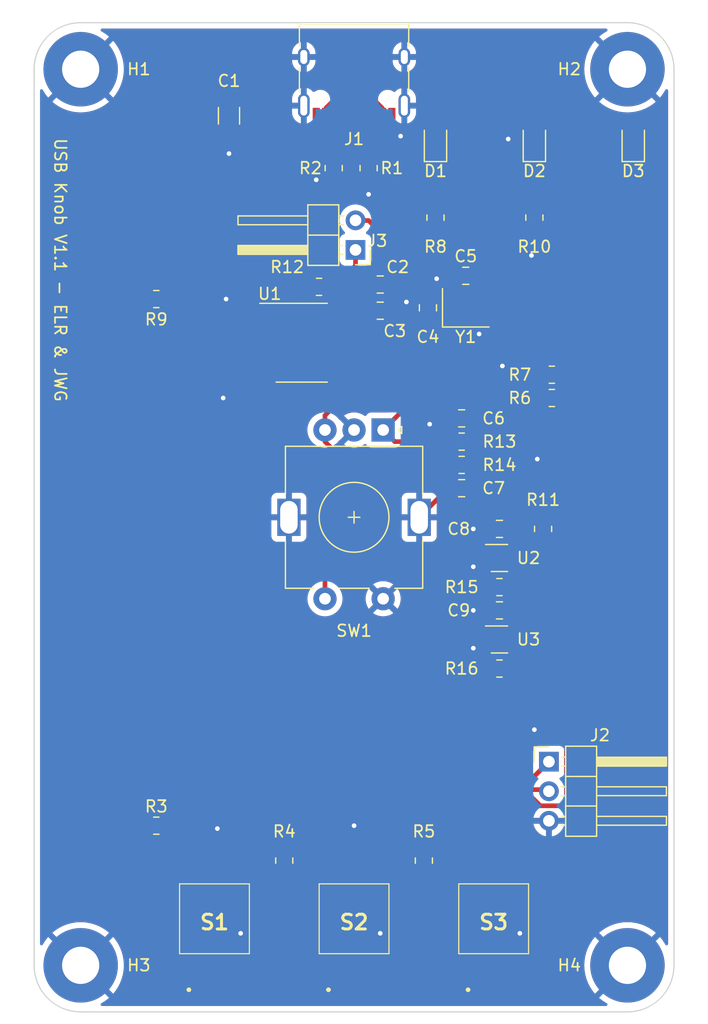
<source format=kicad_pcb>
(kicad_pcb (version 20211014) (generator pcbnew)
  (layers (0 "F.Cu" signal) (31 "B.Cu" signal) (34 "B.Paste" user) (35 "F.Paste" user) (36 "B.SilkS" user "B.Silkscreen") (37 "F.SilkS" user "F.Silkscreen") (38 "B.Mask" user) (39 "F.Mask" user) (44 "Edge.Cuts" user))
  (net 0 "")
  (net 1 "VCC")
  (net 2 "GND")
  (net 3 "+3V3")
  (net 4 "Net-(D1-Pad1)")
  (net 5 "Net-(D2-Pad1)")
  (net 6 "Net-(D3-Pad1)")
  (net 7 "Net-(J1-PadA5)")
  (net 8 "/USB1DP")
  (net 9 "/USB1DM")
  (net 11 "Net-(J1-PadB5)")
  (net 13 "/SW1")
  (net 14 "/SW2")
  (net 15 "/SW3")
  (net 16 "/ENC_B")
  (net 17 "/ENC_A")
  (net 18 "/LED1")
  (net 19 "/ENC_SW")
  (net 20 "/LED2")
  (net 21 "/LED3")
  (net 28 "/XO")
  (net 29 "/XI")
  (net 32 "/TXD")
  (net 33 "/RXD")
  (net 34 "Net-(C6-Pad2)")
  (net 35 "Net-(C7-Pad2)")
  (net 36 "Net-(J3-Pad1)")
  (net 37 "Net-(R6-Pad1)")
  (net 38 "Net-(R7-Pad1)")
  (footprint "Resistor_SMD:R_0805_2012Metric" (layer "F.Cu") (at 158.75 97 180)
    (fp_text reference "R13" (at -3.25 0) (layer "F.SilkS"))
    (fp_text value "10k")
    (pad "1" smd roundrect (at -0.9125 0 180) (size 1.025 1.4) (layers "F.Cu" "F.Paste" "F.Mask") (roundrect_rratio 0.243902) (net 34 "Net-(C6-Pad2)"))
    (pad "2" smd roundrect (at 0.9125 0 180) (size 1.025 1.4) (layers "F.Cu" "F.Paste" "F.Mask") (roundrect_rratio 0.243902) (net 37 "Net-(R6-Pad1)"))
  )
  (footprint "Resistor_SMD:R_0805_2012Metric" (layer "F.Cu") (at 166.5 93.25)
    (fp_text reference "R6" (at -2.75 0) (layer "F.SilkS"))
    (fp_text value "1k")
    (pad "1" smd roundrect (at -0.9125 0) (size 1.025 1.4) (layers "F.Cu" "F.Paste" "F.Mask") (roundrect_rratio 0.243902439) (net 37 "Net-(R6-Pad1)"))
    (pad "2" smd roundrect (at 0.9125 0) (size 1.025 1.4) (layers "F.Cu" "F.Paste" "F.Mask") (roundrect_rratio 0.243902439) (net 1 "VCC"))
  )
  (footprint "Crystal:Crystal_SMD_3225-4Pin_3.2x2.5mm" (layer "F.Cu") (at 159.1 85.5)
    (fp_text reference "Y1" (at 0 2.5) (layer "F.SilkS"))
    (fp_text value "Crystal_GND24")
    (pad "1" smd rect (at -1.1 0.85) (size 1.4 1.2) (layers "F.Cu" "F.Paste" "F.Mask") (net 29 "/XI"))
    (pad "2" smd rect (at 1.1 0.85) (size 1.4 1.2) (layers "F.Cu" "F.Paste" "F.Mask") (net 2 "GND"))
    (pad "3" smd rect (at 1.1 -0.85) (size 1.4 1.2) (layers "F.Cu" "F.Paste" "F.Mask") (net 28 "/XO"))
    (pad "4" smd rect (at -1.1 -0.85) (size 1.4 1.2) (layers "F.Cu" "F.Paste" "F.Mask") (net 2 "GND"))
  )
  (footprint "SamacSys_Parts:LL3301NF065QG" (layer "F.Cu") (at 137.5 138 90)
    (fp_text reference "S1" (at -0.3 0) (layer "F.SilkS") (effects (font (size 1.27 1.27) (thickness 0.254))))
    (fp_text value "LL3301NF065QG" hide)
    (pad "1" smd rect locked (at -4.55 -2.25 180) (size 1.4 2.1) (layers "F.Cu" "F.Paste" "F.Mask"))
    (pad "2" smd rect locked (at 4.55 -2.25 180) (size 1.4 2.1) (layers "F.Cu" "F.Paste" "F.Mask") (net 13 "/SW1"))
    (pad "3" smd rect locked (at -4.55 2.25 180) (size 1.4 2.1) (layers "F.Cu" "F.Paste" "F.Mask") (net 2 "GND"))
    (pad "4" smd rect locked (at 4.55 2.25 180) (size 1.4 2.1) (layers "F.Cu" "F.Paste" "F.Mask"))
  )
  (footprint "Capacitor_SMD:C_0805_2012Metric" (layer "F.Cu") (at 158.75 101)
    (fp_text reference "C7" (at 2.75 0) (layer "F.SilkS"))
    (fp_text value "0.01u")
    (pad "1" smd roundrect (at -0.95 0) (size 1 1.45) (layers "F.Cu" "F.Paste" "F.Mask") (net 2 "GND"))
    (pad "2" smd roundrect (at 0.95 0) (size 1 1.45) (layers "F.Cu" "F.Paste" "F.Mask") (net 35 "Net-(C7-Pad2)"))
  )
  (footprint "Resistor_SMD:R_0805_2012Metric" (layer "F.Cu") (at 132.5 84.75 180)
    (fp_text reference "R9" (at 0 -1.75) (layer "F.SilkS"))
    (fp_text value "1k")
    (pad "1" smd roundrect (at -0.9125 0 180) (size 1.025 1.4) (layers "F.Cu" "F.Paste" "F.Mask") (roundrect_rratio 0.243902439) (net 19 "/ENC_SW"))
    (pad "2" smd roundrect (at 0.9125 0 180) (size 1.025 1.4) (layers "F.Cu" "F.Paste" "F.Mask") (roundrect_rratio 0.243902439) (net 1 "VCC"))
  )
  (footprint "SamacSys_Parts:LL3301NF065QG" (layer "F.Cu") (at 149.5 138 90)
    (fp_text reference "S2" (at -0.3 0 180) (layer "F.SilkS") (effects (font (size 1.27 1.27) (thickness 0.254))))
    (fp_text value "LL3301NF065QG" hide)
    (pad "1" smd rect locked (at -4.55 -2.25 180) (size 1.4 2.1) (layers "F.Cu" "F.Paste" "F.Mask"))
    (pad "2" smd rect locked (at 4.55 -2.25 180) (size 1.4 2.1) (layers "F.Cu" "F.Paste" "F.Mask") (net 14 "/SW2"))
    (pad "3" smd rect locked (at -4.55 2.25 180) (size 1.4 2.1) (layers "F.Cu" "F.Paste" "F.Mask") (net 2 "GND"))
    (pad "4" smd rect locked (at 4.55 2.25 180) (size 1.4 2.1) (layers "F.Cu" "F.Paste" "F.Mask"))
  )
  (footprint "Connector_PinHeader_2.54mm:PinHeader_1x02_P2.54mm_Horizontal" (layer "F.Cu") (at 149.625 80.525 180)
    (fp_text reference "J3" (at -1.875 0.775 180) (layer "F.SilkS"))
    (fp_text value "Conn_01x02")
    (pad "1" thru_hole rect (at 0 0 180) (size 1.7 1.7) (drill 1) (layers *.Cu *.Mask) (net 36 "Net-(J3-Pad1)"))
    (pad "2" thru_hole oval (at 0 2.54 180) (size 1.7 1.7) (drill 1) (layers *.Cu *.Mask) (net 3 "+3V3"))
  )
  (footprint "Resistor_SMD:R_0805_2012Metric" (layer "F.Cu") (at 147.75 73.5 -90)
    (fp_text reference "R2" (at 0 2 180) (layer "F.SilkS"))
    (fp_text value "5K1")
    (pad "1" smd roundrect (at -0.9125 0 270) (size 1.025 1.4) (layers "F.Cu" "F.Paste" "F.Mask") (roundrect_rratio 0.243902439) (net 11 "Net-(J1-PadB5)"))
    (pad "2" smd roundrect (at 0.9125 0 270) (size 1.025 1.4) (layers "F.Cu" "F.Paste" "F.Mask") (roundrect_rratio 0.243902439) (net 2 "GND"))
  )
  (footprint "Package_TO_SOT_SMD:SOT-353_SC-70-5" (layer "F.Cu") (at 162 114)
    (fp_text reference "U3" (at 2.5 0) (layer "F.SilkS"))
    (fp_text value "74LVC1G17")
    (pad "1" smd rect (at -0.95 -0.65) (size 0.65 0.4) (layers "F.Cu" "F.Paste" "F.Mask"))
    (pad "2" smd rect (at -0.95 0) (size 0.65 0.4) (layers "F.Cu" "F.Paste" "F.Mask") (net 35 "Net-(C7-Pad2)"))
    (pad "3" smd rect (at -0.95 0.65) (size 0.65 0.4) (layers "F.Cu" "F.Paste" "F.Mask") (net 2 "GND"))
    (pad "4" smd rect (at 0.95 0.65) (size 0.65 0.4) (layers "F.Cu" "F.Paste" "F.Mask") (net 16 "/ENC_B"))
    (pad "5" smd rect (at 0.95 -0.65) (size 0.65 0.4) (layers "F.Cu" "F.Paste" "F.Mask") (net 1 "VCC"))
  )
  (footprint "Capacitor_SMD:C_0805_2012Metric" (layer "F.Cu") (at 162 111.5)
    (fp_text reference "C9" (at -3.5 0) (layer "F.SilkS"))
    (fp_text value "0.1u")
    (pad "1" smd roundrect (at -0.95 0) (size 1 1.45) (layers "F.Cu" "F.Paste" "F.Mask") (net 2 "GND"))
    (pad "2" smd roundrect (at 0.95 0) (size 1 1.45) (layers "F.Cu" "F.Paste" "F.Mask") (net 1 "VCC"))
  )
  (footprint "Capacitor_SMD:C_0805_2012Metric" (layer "F.Cu") (at 162 104.5)
    (fp_text reference "C8" (at -3.5 0) (layer "F.SilkS"))
    (fp_text value "0.1u")
    (pad "1" smd roundrect (at -0.95 0) (size 1 1.45) (layers "F.Cu" "F.Paste" "F.Mask") (net 2 "GND"))
    (pad "2" smd roundrect (at 0.95 0) (size 1 1.45) (layers "F.Cu" "F.Paste" "F.Mask") (net 1 "VCC"))
  )
  (footprint "Resistor_SMD:R_0805_2012Metric" (layer "F.Cu") (at 165.75 104.5 90)
    (fp_text reference "R11" (at 2.5 0 180) (layer "F.SilkS"))
    (fp_text value "1k")
    (pad "1" smd roundrect (at -0.9125 0 90) (size 1.025 1.4) (layers "F.Cu" "F.Paste" "F.Mask") (roundrect_rratio 0.243902439) (net 21 "/LED3"))
    (pad "2" smd roundrect (at 0.9125 0 90) (size 1.025 1.4) (layers "F.Cu" "F.Paste" "F.Mask") (roundrect_rratio 0.243902439) (net 6 "Net-(D3-Pad1)"))
  )
  (footprint "Connector_PinHeader_2.54mm:PinHeader_1x03_P2.54mm_Horizontal" (layer "F.Cu") (at 166.25 124.5)
    (fp_text reference "J2" (at 4.385 -2.27) (layer "F.SilkS"))
    (fp_text value "Conn_01x03")
    (pad "1" thru_hole rect (at 0 0) (size 1.7 1.7) (drill 1) (layers *.Cu *.Mask) (net 33 "/RXD"))
    (pad "2" thru_hole oval (at 0 2.54) (size 1.7 1.7) (drill 1) (layers *.Cu *.Mask) (net 32 "/TXD"))
    (pad "3" thru_hole oval (at 0 5.08) (size 1.7 1.7) (drill 1) (layers *.Cu *.Mask) (net 2 "GND"))
  )
  (footprint "MountingHole:MountingHole_3.2mm_M3_Pad" (layer "F.Cu") (at 173 65)
    (fp_text reference "H2" (at -5 0) (layer "F.SilkS"))
    (fp_text value "MountingHole_Pad")
    (pad "1" thru_hole circle locked (at 0 0) (size 6.4 6.4) (drill 3.2) (layers *.Cu *.Mask) (net 2 "GND"))
  )
  (footprint "Resistor_SMD:R_0805_2012Metric" (layer "F.Cu") (at 165 77.75 90)
    (fp_text reference "R10" (at -2.5 0 180) (layer "F.SilkS"))
    (fp_text value "1k")
    (pad "1" smd roundrect (at -0.9125 0 90) (size 1.025 1.4) (layers "F.Cu" "F.Paste" "F.Mask") (roundrect_rratio 0.243902439) (net 20 "/LED2"))
    (pad "2" smd roundrect (at 0.9125 0 90) (size 1.025 1.4) (layers "F.Cu" "F.Paste" "F.Mask") (roundrect_rratio 0.243902439) (net 5 "Net-(D2-Pad1)"))
  )
  (footprint "MountingHole:MountingHole_3.2mm_M3_Pad" (layer "F.Cu") (at 126 65)
    (fp_text reference "H1" (at 5 0) (layer "F.SilkS"))
    (fp_text value "MountingHole_Pad")
    (pad "1" thru_hole circle locked (at 0 0) (size 6.4 6.4) (drill 3.2) (layers *.Cu *.Mask) (net 2 "GND"))
  )
  (footprint "MountingHole:MountingHole_3.2mm_M3_Pad" (layer "F.Cu") (at 173 142)
    (fp_text reference "H4" (at -5 0) (layer "F.SilkS"))
    (fp_text value "MountingHole_Pad")
    (pad "1" thru_hole circle locked (at 0 0) (size 6.4 6.4) (drill 3.2) (layers *.Cu *.Mask) (net 2 "GND"))
  )
  (footprint "Capacitor_SMD:C_0805_2012Metric" (layer "F.Cu") (at 151.75 85.75 180)
    (fp_text reference "C3" (at -1.25 -1.75 180) (layer "F.SilkS"))
    (fp_text value "0.1u")
    (pad "1" smd roundrect (at -0.95 0 180) (size 1 1.45) (layers "F.Cu" "F.Paste" "F.Mask") (net 2 "GND"))
    (pad "2" smd roundrect (at 0.95 0 180) (size 1 1.45) (layers "F.Cu" "F.Paste" "F.Mask") (net 1 "VCC"))
  )
  (footprint "Capacitor_SMD:C_0805_2012Metric" (layer "F.Cu") (at 158.75 95)
    (fp_text reference "C6" (at 2.75 0) (layer "F.SilkS"))
    (fp_text value "0.01u")
    (pad "1" smd roundrect (at -0.95 0) (size 1 1.45) (layers "F.Cu" "F.Paste" "F.Mask") (net 2 "GND"))
    (pad "2" smd roundrect (at 0.95 0) (size 1 1.45) (layers "F.Cu" "F.Paste" "F.Mask") (net 34 "Net-(C6-Pad2)"))
  )
  (footprint "Resistor_SMD:R_0805_2012Metric" (layer "F.Cu") (at 156.5 77.75 90)
    (fp_text reference "R8" (at -2.5 0 180) (layer "F.SilkS"))
    (fp_text value "1k")
    (pad "1" smd roundrect (at -0.9125 0 90) (size 1.025 1.4) (layers "F.Cu" "F.Paste" "F.Mask") (roundrect_rratio 0.243902439) (net 18 "/LED1"))
    (pad "2" smd roundrect (at 0.9125 0 90) (size 1.025 1.4) (layers "F.Cu" "F.Paste" "F.Mask") (roundrect_rratio 0.243902439) (net 4 "Net-(D1-Pad1)"))
  )
  (footprint "LED_SMD:LED_0805_2012Metric" (layer "F.Cu") (at 165 71.25 90)
    (fp_text reference "D2" (at -2.5 0 180) (layer "F.SilkS"))
    (fp_text value "ORANGE")
    (pad "1" smd roundrect locked (at -0.9375 0 90) (size 0.975 1.4) (layers "F.Cu" "F.Paste" "F.Mask") (net 5 "Net-(D2-Pad1)"))
    (pad "2" smd roundrect locked (at 0.9375 0 90) (size 0.975 1.4) (layers "F.Cu" "F.Paste" "F.Mask") (net 1 "VCC"))
  )
  (footprint "LED_SMD:LED_0805_2012Metric" (layer "F.Cu") (at 173.5 71.25 90)
    (fp_text reference "D3" (at -2.5 0 180) (layer "F.SilkS"))
    (fp_text value "ORANGE")
    (pad "1" smd roundrect locked (at -0.9375 0 90) (size 0.975 1.4) (layers "F.Cu" "F.Paste" "F.Mask") (net 6 "Net-(D3-Pad1)"))
    (pad "2" smd roundrect locked (at 0.9375 0 90) (size 0.975 1.4) (layers "F.Cu" "F.Paste" "F.Mask") (net 1 "VCC"))
  )
  (footprint "Connector_USB:USB_C_Receptacle_HRO_TYPE-C-31-M-12" (layer "F.Cu") (at 149.5 65 180)
    (fp_text reference "J1" (at 0 -6) (layer "F.SilkS"))
    (fp_text value "USB_C_Receptacle_USB2.0")
    (pad "" np_thru_hole circle locked (at 2.89 -2.6 180) (size 0.65 0.65) (drill 0.65) (layers *.Cu *.Mask))
    (pad "" np_thru_hole circle locked (at -2.89 -2.6 180) (size 0.65 0.65) (drill 0.65) (layers *.Cu *.Mask))
    (pad "A1" smd rect locked (at -3.25 -4.045 180) (size 0.6 1.45) (layers "F.Cu" "F.Paste" "F.Mask") (net 2 "GND"))
    (pad "A4" smd rect locked (at -2.45 -4.045 180) (size 0.6 1.45) (layers "F.Cu" "F.Paste" "F.Mask") (net 1 "VCC"))
    (pad "A5" smd rect locked (at -1.25 -4.045 180) (size 0.3 1.45) (layers "F.Cu" "F.Paste" "F.Mask") (net 7 "Net-(J1-PadA5)"))
    (pad "A6" smd rect locked (at -0.25 -4.045 180) (size 0.3 1.45) (layers "F.Cu" "F.Paste" "F.Mask") (net 8 "/USB1DP"))
    (pad "A7" smd rect locked (at 0.25 -4.045 180) (size 0.3 1.45) (layers "F.Cu" "F.Paste" "F.Mask") (net 9 "/USB1DM"))
    (pad "A8" smd rect locked (at 1.25 -4.045 180) (size 0.3 1.45) (layers "F.Cu" "F.Paste" "F.Mask"))
    (pad "A9" smd rect locked (at 2.45 -4.045 180) (size 0.6 1.45) (layers "F.Cu" "F.Paste" "F.Mask") (net 1 "VCC"))
    (pad "A12" smd rect locked (at 3.25 -4.045 180) (size 0.6 1.45) (layers "F.Cu" "F.Paste" "F.Mask") (net 2 "GND"))
    (pad "B1" smd rect locked (at 3.25 -4.045 180) (size 0.6 1.45) (layers "F.Cu" "F.Paste" "F.Mask") (net 2 "GND"))
    (pad "B4" smd rect locked (at 2.45 -4.045 180) (size 0.6 1.45) (layers "F.Cu" "F.Paste" "F.Mask") (net 1 "VCC"))
    (pad "B5" smd rect locked (at 1.75 -4.045 180) (size 0.3 1.45) (layers "F.Cu" "F.Paste" "F.Mask") (net 11 "Net-(J1-PadB5)"))
    (pad "B6" smd rect locked (at 0.75 -4.045 180) (size 0.3 1.45) (layers "F.Cu" "F.Paste" "F.Mask") (net 8 "/USB1DP"))
    (pad "B7" smd rect locked (at -0.75 -4.045 180) (size 0.3 1.45) (layers "F.Cu" "F.Paste" "F.Mask") (net 9 "/USB1DM"))
    (pad "B8" smd rect locked (at -1.75 -4.045 180) (size 0.3 1.45) (layers "F.Cu" "F.Paste" "F.Mask"))
    (pad "B9" smd rect locked (at -2.45 -4.045 180) (size 0.6 1.45) (layers "F.Cu" "F.Paste" "F.Mask") (net 1 "VCC"))
    (pad "B12" smd rect locked (at -3.25 -4.045 180) (size 0.6 1.45) (layers "F.Cu" "F.Paste" "F.Mask") (net 2 "GND"))
    (pad "S1" thru_hole oval locked (at -4.32 -3.13 180) (size 1 2.1) (drill oval 0.6 1.7) (layers *.Cu *.Mask) (net 2 "GND"))
    (pad "S1" thru_hole oval locked (at -4.32 1.05 180) (size 1 1.6) (drill oval 0.6 1.2) (layers *.Cu *.Mask) (net 2 "GND"))
    (pad "S1" thru_hole oval locked (at 4.32 1.05 180) (size 1 1.6) (drill oval 0.6 1.2) (layers *.Cu *.Mask) (net 2 "GND"))
    (pad "S1" thru_hole oval locked (at 4.32 -3.13 180) (size 1 2.1) (drill oval 0.6 1.7) (layers *.Cu *.Mask) (net 2 "GND"))
  )
  (footprint "Resistor_SMD:R_0805_2012Metric" (layer "F.Cu") (at 162 109.5 180)
    (fp_text reference "R15" (at 3.25 0) (layer "F.SilkS"))
    (fp_text value "0")
    (pad "1" smd roundrect (at -0.9125 0 180) (size 1.025 1.4) (layers "F.Cu" "F.Paste" "F.Mask") (roundrect_rratio 0.243902) (net 17 "/ENC_A"))
    (pad "2" smd roundrect (at 0.9125 0 180) (size 1.025 1.4) (layers "F.Cu" "F.Paste" "F.Mask") (roundrect_rratio 0.243902) (net 34 "Net-(C6-Pad2)"))
  )
  (footprint "Resistor_SMD:R_0805_2012Metric" (layer "F.Cu") (at 162 116.5 180)
    (fp_text reference "R16" (at 3.25 0) (layer "F.SilkS"))
    (fp_text value "0")
    (pad "1" smd roundrect (at -0.9125 0 180) (size 1.025 1.4) (layers "F.Cu" "F.Paste" "F.Mask") (roundrect_rratio 0.243902) (net 16 "/ENC_B"))
    (pad "2" smd roundrect (at 0.9125 0 180) (size 1.025 1.4) (layers "F.Cu" "F.Paste" "F.Mask") (roundrect_rratio 0.243902) (net 35 "Net-(C7-Pad2)"))
  )
  (footprint "Resistor_SMD:R_0805_2012Metric" (layer "F.Cu") (at 166.5 91.25)
    (fp_text reference "R7" (at -2.75 0) (layer "F.SilkS"))
    (fp_text value "1k")
    (pad "1" smd roundrect (at -0.9125 0) (size 1.025 1.4) (layers "F.Cu" "F.Paste" "F.Mask") (roundrect_rratio 0.243902439) (net 38 "Net-(R7-Pad1)"))
    (pad "2" smd roundrect (at 0.9125 0) (size 1.025 1.4) (layers "F.Cu" "F.Paste" "F.Mask") (roundrect_rratio 0.243902439) (net 1 "VCC"))
  )
  (footprint "Resistor_SMD:R_0805_2012Metric" (layer "F.Cu") (at 146.4875 83.7)
    (fp_text reference "R12" (at -2.7375 -1.7 180) (layer "F.SilkS"))
    (fp_text value "10k")
    (pad "1" smd roundrect (at -0.9125 0) (size 1.025 1.4) (layers "F.Cu" "F.Paste" "F.Mask") (roundrect_rratio 0.243902) (net 8 "/USB1DP"))
    (pad "2" smd roundrect (at 0.9125 0) (size 1.025 1.4) (layers "F.Cu" "F.Paste" "F.Mask") (roundrect_rratio 0.243902) (net 36 "Net-(J3-Pad1)"))
  )
  (footprint "Resistor_SMD:R_0805_2012Metric" (layer "F.Cu") (at 143.5 133 90)
    (fp_text reference "R4" (at 2.5 0 180) (layer "F.SilkS"))
    (fp_text value "1K")
    (pad "1" smd roundrect (at -0.9125 0 90) (size 1.025 1.4) (layers "F.Cu" "F.Paste" "F.Mask") (roundrect_rratio 0.243902439) (net 1 "VCC"))
    (pad "2" smd roundrect (at 0.9125 0 90) (size 1.025 1.4) (layers "F.Cu" "F.Paste" "F.Mask") (roundrect_rratio 0.243902439) (net 14 "/SW2"))
  )
  (footprint "Resistor_SMD:R_0805_2012Metric" (layer "F.Cu") (at 150.75 73.5 -90)
    (fp_text reference "R1" (at 0 -2 180) (layer "F.SilkS"))
    (fp_text value "5K1")
    (pad "1" smd roundrect (at -0.9125 0 270) (size 1.025 1.4) (layers "F.Cu" "F.Paste" "F.Mask") (roundrect_rratio 0.243902439) (net 7 "Net-(J1-PadA5)"))
    (pad "2" smd roundrect (at 0.9125 0 270) (size 1.025 1.4) (layers "F.Cu" "F.Paste" "F.Mask") (roundrect_rratio 0.243902439) (net 2 "GND"))
  )
  (footprint "Resistor_SMD:R_0805_2012Metric" (layer "F.Cu") (at 158.75 99 180)
    (fp_text reference "R14" (at -3.25 0) (layer "F.SilkS"))
    (fp_text value "10k")
    (pad "1" smd roundrect (at -0.9125 0 180) (size 1.025 1.4) (layers "F.Cu" "F.Paste" "F.Mask") (roundrect_rratio 0.243902) (net 35 "Net-(C7-Pad2)"))
    (pad "2" smd roundrect (at 0.9125 0 180) (size 1.025 1.4) (layers "F.Cu" "F.Paste" "F.Mask") (roundrect_rratio 0.243902) (net 38 "Net-(R7-Pad1)"))
  )
  (footprint "Resistor_SMD:R_0805_2012Metric" (layer "F.Cu") (at 155.5 133 90)
    (fp_text reference "R5" (at 2.5 0 180) (layer "F.SilkS"))
    (fp_text value "1K")
    (pad "1" smd roundrect (at -0.9125 0 90) (size 1.025 1.4) (layers "F.Cu" "F.Paste" "F.Mask") (roundrect_rratio 0.243902439) (net 1 "VCC"))
    (pad "2" smd roundrect (at 0.9125 0 90) (size 1.025 1.4) (layers "F.Cu" "F.Paste" "F.Mask") (roundrect_rratio 0.243902439) (net 15 "/SW3"))
  )
  (footprint "MountingHole:MountingHole_3.2mm_M3_Pad" (layer "F.Cu") (at 126 142)
    (fp_text reference "H3" (at 5 0) (layer "F.SilkS"))
    (fp_text value "MountingHole_Pad")
    (pad "1" thru_hole circle locked (at 0 0) (size 6.4 6.4) (drill 3.2) (layers *.Cu *.Mask) (net 2 "GND"))
  )
  (footprint "Capacitor_SMD:C_1206_3216Metric" (layer "F.Cu") (at 138.75 69 -90)
    (fp_text reference "C1" (at -3 0 180) (layer "F.SilkS"))
    (fp_text value "10u")
    (pad "1" smd roundrect (at -1.475 0 270) (size 1.15 1.8) (layers "F.Cu" "F.Paste" "F.Mask") (roundrect_rratio 0.2173913043) (net 1 "VCC"))
    (pad "2" smd roundrect (at 1.475 0 270) (size 1.15 1.8) (layers "F.Cu" "F.Paste" "F.Mask") (roundrect_rratio 0.2173913043) (net 2 "GND"))
  )
  (footprint "Capacitor_SMD:C_0805_2012Metric" (layer "F.Cu") (at 159.1 82.75)
    (fp_text reference "C5" (at 0 -1.68) (layer "F.SilkS"))
    (fp_text value "20p")
    (pad "1" smd roundrect (at -0.95 0) (size 1 1.45) (layers "F.Cu" "F.Paste" "F.Mask") (net 2 "GND"))
    (pad "2" smd roundrect (at 0.95 0) (size 1 1.45) (layers "F.Cu" "F.Paste" "F.Mask") (net 28 "/XO"))
  )
  (footprint "LED_SMD:LED_0805_2012Metric" (layer "F.Cu") (at 156.5 71.25 90)
    (fp_text reference "D1" (at -2.5 0 180) (layer "F.SilkS"))
    (fp_text value "ORANGE")
    (pad "1" smd roundrect locked (at -0.9375 0 90) (size 0.975 1.4) (layers "F.Cu" "F.Paste" "F.Mask") (net 4 "Net-(D1-Pad1)"))
    (pad "2" smd roundrect locked (at 0.9375 0 90) (size 0.975 1.4) (layers "F.Cu" "F.Paste" "F.Mask") (net 1 "VCC"))
  )
  (footprint "Resistor_SMD:R_0805_2012Metric" (layer "F.Cu") (at 132.5 130)
    (fp_text reference "R3" (at 0 -1.65) (layer "F.SilkS"))
    (fp_text value "1K")
    (pad "1" smd roundrect (at -0.9125 0) (size 1.025 1.4) (layers "F.Cu" "F.Paste" "F.Mask") (roundrect_rratio 0.243902439) (net 1 "VCC"))
    (pad "2" smd roundrect (at 0.9125 0) (size 1.025 1.4) (layers "F.Cu" "F.Paste" "F.Mask") (roundrect_rratio 0.243902439) (net 13 "/SW1"))
  )
  (footprint "Package_SO:TSSOP-20_4.4x6.5mm_P0.65mm" (layer "F.Cu") (at 145 88.5)
    (fp_text reference "U1" (at -2.75 -4.2) (layer "F.SilkS"))
    (fp_text value "CH552T")
    (pad "1" smd roundrect (at -2.8625 -2.925) (size 1.475 0.4) (layers "F.Cu" "F.Paste" "F.Mask") (net 17 "/ENC_A"))
    (pad "2" smd roundrect (at -2.8625 -2.275) (size 1.475 0.4) (layers "F.Cu" "F.Paste" "F.Mask") (net 19 "/ENC_SW"))
    (pad "3" smd roundrect (at -2.8625 -1.625) (size 1.475 0.4) (layers "F.Cu" "F.Paste" "F.Mask") (net 13 "/SW1"))
    (pad "4" smd roundrect (at -2.8625 -0.975) (size 1.475 0.4) (layers "F.Cu" "F.Paste" "F.Mask") (net 14 "/SW2"))
    (pad "5" smd roundrect (at -2.8625 -0.325) (size 1.475 0.4) (layers "F.Cu" "F.Paste" "F.Mask") (net 15 "/SW3"))
    (pad "6" smd roundrect (at -2.8625 0.325) (size 1.475 0.4) (layers "F.Cu" "F.Paste" "F.Mask"))
    (pad "7" smd roundrect (at -2.8625 0.975) (size 1.475 0.4) (layers "F.Cu" "F.Paste" "F.Mask"))
    (pad "8" smd roundrect (at -2.8625 1.625) (size 1.475 0.4) (layers "F.Cu" "F.Paste" "F.Mask") (net 21 "/LED3"))
    (pad "9" smd roundrect (at -2.8625 2.275) (size 1.475 0.4) (layers "F.Cu" "F.Paste" "F.Mask") (net 32 "/TXD"))
    (pad "10" smd roundrect (at -2.8625 2.925) (size 1.475 0.4) (layers "F.Cu" "F.Paste" "F.Mask") (net 33 "/RXD"))
    (pad "11" smd roundrect (at 2.8625 2.925) (size 1.475 0.4) (layers "F.Cu" "F.Paste" "F.Mask") (net 16 "/ENC_B"))
    (pad "12" smd roundrect (at 2.8625 2.275) (size 1.475 0.4) (layers "F.Cu" "F.Paste" "F.Mask") (net 20 "/LED2"))
    (pad "13" smd roundrect (at 2.8625 1.625) (size 1.475 0.4) (layers "F.Cu" "F.Paste" "F.Mask") (net 18 "/LED1"))
    (pad "14" smd roundrect (at 2.8625 0.975) (size 1.475 0.4) (layers "F.Cu" "F.Paste" "F.Mask") (net 8 "/USB1DP"))
    (pad "15" smd roundrect (at 2.8625 0.325) (size 1.475 0.4) (layers "F.Cu" "F.Paste" "F.Mask") (net 9 "/USB1DM"))
    (pad "16" smd roundrect (at 2.8625 -0.325) (size 1.475 0.4) (layers "F.Cu" "F.Paste" "F.Mask") (net 28 "/XO"))
    (pad "17" smd roundrect (at 2.8625 -0.975) (size 1.475 0.4) (layers "F.Cu" "F.Paste" "F.Mask") (net 29 "/XI"))
    (pad "18" smd roundrect (at 2.8625 -1.625) (size 1.475 0.4) (layers "F.Cu" "F.Paste" "F.Mask") (net 2 "GND"))
    (pad "19" smd roundrect (at 2.8625 -2.275) (size 1.475 0.4) (layers "F.Cu" "F.Paste" "F.Mask") (net 1 "VCC"))
    (pad "20" smd roundrect (at 2.8625 -2.925) (size 1.475 0.4) (layers "F.Cu" "F.Paste" "F.Mask") (net 3 "+3V3"))
  )
  (footprint "Rotary_Encoder:RotaryEncoder_Alps_EC11E-Switch_Vertical_H20mm" (layer "F.Cu") (at 152 96 -90)
    (fp_text reference "SW1" (at 17.25 2.5 180) (layer "F.SilkS"))
    (fp_text value "RotaryEncoder_Switch")
    (pad "A" thru_hole rect (at 0 0 270) (size 2 2) (drill 1) (layers *.Cu *.Mask) (net 37 "Net-(R6-Pad1)"))
    (pad "B" thru_hole circle (at 0 5 270) (size 2 2) (drill 1) (layers *.Cu *.Mask) (net 38 "Net-(R7-Pad1)"))
    (pad "C" thru_hole circle (at 0 2.5 270) (size 2 2) (drill 1) (layers *.Cu *.Mask) (net 2 "GND"))
    (pad "MP" thru_hole rect (at 7.5 -3.1 270) (size 3.2 2) (drill oval 2.8 1.5) (layers *.Cu *.Mask) (net 2 "GND"))
    (pad "MP" thru_hole rect (at 7.5 8.1 270) (size 3.2 2) (drill oval 2.8 1.5) (layers *.Cu *.Mask) (net 2 "GND"))
    (pad "S1" thru_hole circle (at 14.5 5 270) (size 2 2) (drill 1) (layers *.Cu *.Mask) (net 19 "/ENC_SW"))
    (pad "S2" thru_hole circle (at 14.5 0 270) (size 2 2) (drill 1) (layers *.Cu *.Mask) (net 2 "GND"))
  )
  (footprint "SamacSys_Parts:LL3301NF065QG" (layer "F.Cu") (at 161.5 138 90)
    (fp_text reference "S3" (at -0.3 0 180) (layer "F.SilkS") (effects (font (size 1.27 1.27) (thickness 0.254))))
    (fp_text value "LL3301NF065QG" hide)
    (pad "1" smd rect locked (at -4.55 -2.25 180) (size 1.4 2.1) (layers "F.Cu" "F.Paste" "F.Mask"))
    (pad "2" smd rect locked (at 4.55 -2.25 180) (size 1.4 2.1) (layers "F.Cu" "F.Paste" "F.Mask") (net 15 "/SW3"))
    (pad "3" smd rect locked (at -4.55 2.25 180) (size 1.4 2.1) (layers "F.Cu" "F.Paste" "F.Mask") (net 2 "GND"))
    (pad "4" smd rect locked (at 4.55 2.25 180) (size 1.4 2.1) (layers "F.Cu" "F.Paste" "F.Mask"))
  )
  (footprint "Package_TO_SOT_SMD:SOT-353_SC-70-5" (layer "F.Cu") (at 162 107)
    (fp_text reference "U2" (at 2.5 0) (layer "F.SilkS"))
    (fp_text value "74LVC1G17")
    (pad "1" smd rect (at -0.95 -0.65) (size 0.65 0.4) (layers "F.Cu" "F.Paste" "F.Mask"))
    (pad "2" smd rect (at -0.95 0) (size 0.65 0.4) (layers "F.Cu" "F.Paste" "F.Mask") (net 34 "Net-(C6-Pad2)"))
    (pad "3" smd rect (at -0.95 0.65) (size 0.65 0.4) (layers "F.Cu" "F.Paste" "F.Mask") (net 2 "GND"))
    (pad "4" smd rect (at 0.95 0.65) (size 0.65 0.4) (layers "F.Cu" "F.Paste" "F.Mask") (net 17 "/ENC_A"))
    (pad "5" smd rect (at 0.95 -0.65) (size 0.65 0.4) (layers "F.Cu" "F.Paste" "F.Mask") (net 1 "VCC"))
  )
  (footprint "Capacitor_SMD:C_0805_2012Metric" (layer "F.Cu") (at 155.85 85.5 -90)
    (fp_text reference "C4" (at 2.5 0 180) (layer "F.SilkS"))
    (fp_text value "20p")
    (pad "1" smd roundrect (at -0.95 0 270) (size 1 1.45) (layers "F.Cu" "F.Paste" "F.Mask") (net 2 "GND"))
    (pad "2" smd roundrect (at 0.95 0 270) (size 1 1.45) (layers "F.Cu" "F.Paste" "F.Mask") (net 29 "/XI"))
  )
  (footprint "Capacitor_SMD:C_0805_2012Metric" (layer "F.Cu") (at 151.75 83.5)
    (fp_text reference "C2" (at 1.5 -1.5 180) (layer "F.SilkS"))
    (fp_text value "0.1u")
    (pad "1" smd roundrect (at -0.95 0) (size 1 1.45) (layers "F.Cu" "F.Paste" "F.Mask") (net 3 "+3V3"))
    (pad "2" smd roundrect (at 0.95 0) (size 1 1.45) (layers "F.Cu" "F.Paste" "F.Mask") (net 2 "GND"))
  )
  (gr_arc locked (start 177 142) (mid 175.828427 144.828427) (end 173 146) (layer "Edge.Cuts") (width 0.1))
  (gr_line locked (start 173 61) (end 126 61) (layer "Edge.Cuts") (width 0.1))
  (gr_line locked (start 122 65) (end 122 142) (layer "Edge.Cuts") (width 0.1))
  (gr_arc locked (start 122 65) (mid 123.171573 62.171573) (end 126 61) (layer "Edge.Cuts") (width 0.1))
  (gr_line locked (start 177 142) (end 177 65) (layer "Edge.Cuts") (width 0.1))
  (gr_arc locked (start 126 146) (mid 123.171573 144.828427) (end 122 142) (layer "Edge.Cuts") (width 0.1))
  (gr_line locked (start 126 146) (end 173 146) (layer "Edge.Cuts") (width 0.1))
  (gr_arc locked (start 173 61) (mid 175.828427 62.171573) (end 177 65) (layer "Edge.Cuts") (width 0.1))
  (gr_text "USB Knob V1.1 - ELR & JWG" (at 124.25 82.25 270) (layer "F.SilkS") (effects (font (size 1 1))))
  (segment (start 162.95 104.5) (end 162.95 106.35) (width 0.4) (layer "F.Cu") (net 1))
  (segment (start 147.75 67.597766) (end 147.75 67) (width 0.3) (layer "F.Cu") (net 1))
  (segment (start 149.525 86.225) (end 150 85.75) (width 0.4) (layer "F.Cu") (net 1))
  (segment (start 151.95 69.045) (end 151.95 82.3) (width 0.4) (layer "F.Cu") (net 1))
  (segment (start 151.95 68.297766) (end 151.95 69.045) (width 0.3) (layer "F.Cu") (net 1))
  (segment (start 151.25 67.597766) (end 151.95 68.297766) (width 0.3) (layer "F.Cu") (net 1))
  (segment (start 156.5 66.5) (end 151.75 66.5) (width 0.3) (layer "F.Cu") (net 1))
  (segment (start 156.5 70.3125) (end 156.5 66.5) (width 0.3) (layer "F.Cu") (net 1))
  (segment (start 164.25 66.5) (end 156.5 66.5) (width 0.3) (layer "F.Cu") (net 1))
  (segment (start 147.05 68.297766) (end 147.75 67.597766) (width 0.3) (layer "F.Cu") (net 1))
  (segment (start 151.95 82.3) (end 151.75 82.5) (width 0.4) (layer "F.Cu") (net 1))
  (segment (start 151.75 84.8) (end 150.8 85.75) (width 0.4) (layer "F.Cu") (net 1))
  (segment (start 150 85.75) (end 150.8 85.75) (width 0.4) (layer "F.Cu") (net 1))
  (segment (start 148 66.75) (end 151.5 66.75) (width 0.3) (layer "F.Cu") (net 1))
  (segment (start 165 67.25) (end 164.25 66.5) (width 0.3) (layer "F.Cu") (net 1))
  (segment (start 151.75 82.5) (end 151.75 84.8) (width 0.4) (layer "F.Cu") (net 1))
  (segment (start 147.75 67) (end 148 66.75) (width 0.3) (layer "F.Cu") (net 1))
  (segment (start 165 70.3125) (end 165 67.25) (width 0.3) (layer "F.Cu") (net 1))
  (segment (start 151.5 66.75) (end 151.75 66.5) (width 0.3) (layer "F.Cu") (net 1))
  (segment (start 147.05 69.045) (end 147.05 68.297766) (width 0.3) (layer "F.Cu") (net 1))
  (segment (start 162.95 113.35) (end 162.95 111.5) (width 0.4) (layer "F.Cu") (net 1))
  (segment (start 162.9 106.35) (end 162 107.25) (width 0.4) (layer "F.Cu") (net 1))
  (segment (start 147.8625 86.225) (end 149.525 86.225) (width 0.4) (layer "F.Cu") (net 1))
  (segment (start 151.25 67) (end 151.25 67.597766) (width 0.3) (layer "F.Cu") (net 1))
  (segment (start 162.95 104.5) (end 169 104.5) (width 0.4) (layer "F.Cu") (net 1))
  (segment (start 151.75 66.5) (end 151.25 67) (width 0.3) (layer "F.Cu") (net 1))
  (segment (start 162 107.25) (end 162 110.55) (width 0.4) (layer "F.Cu") (net 1))
  (segment (start 162.95 106.35) (end 162.9 106.35) (width 0.4) (layer "F.Cu") (net 1))
  (segment (start 162 110.55) (end 162.95 111.5) (width 0.4) (layer "F.Cu") (net 1))
  (segment (start 156.85 82.75) (end 156.6 83) (width 0.4) (layer "F.Cu") (net 2))
  (segment (start 155.85 83.75) (end 156.6 83) (width 0.4) (layer "F.Cu") (net 2))
  (segment (start 151.57548 86.87452) (end 147.86298 86.87452) (width 0.4) (layer "F.Cu") (net 2))
  (segment (start 146.3375 74.4125) (end 146.25 74.5) (width 0.6) (layer "F.Cu") (net 2))
  (segment (start 147.86298 86.87452) (end 147.8625 86.875) (width 0.4) (layer "F.Cu") (net 2))
  (segment (start 161.05 114.65) (end 159.85 114.65) (width 0.4) (layer "F.Cu") (net 2))
  (segment (start 161.05 104.5) (end 159.75 104.5) (width 0.4) (layer "F.Cu") (net 2))
  (segment (start 152.75 70) (end 153.5 70.75) (width 0.6) (layer "F.Cu") (net 2))
  (segment (start 152.7 83.7) (end 154 85) (width 0.4) (layer "F.Cu") (net 2))
  (segment (start 152.7 85.75) (end 151.57548 86.87452) (width 0.4) (layer "F.Cu") (net 2))
  (segment (start 159.85 114.65) (end 159.75 114.75) (width 0.4) (layer "F.Cu") (net 2))
  (segment (start 151.75 142.55) (end 151.75 139.25) (width 0.6) (layer "F.Cu") (net 2))
  (segment (start 146.25 70.5) (end 146 70.75) (width 0.4) (layer "F.Cu") (net 2))
  (segment (start 139.75 142.55) (end 139.75 139.25) (width 0.6) (layer "F.Cu") (net 2))
  (segment (start 152.7 83.5) (end 152.7 83.7) (width 0.4) (layer "F.Cu") (net 2))
  (segment (start 152.7 85.75) (end 153.25 85.75) (width 0.4) (layer "F.Cu") (net 2))
  (segment (start 163.75 142.55) (end 163.75 139.25) (width 0.6) (layer "F.Cu") (net 2))
  (segment (start 157.6 101) (end 155.1 103.5) (width 0.4) (layer "F.Cu") (net 2))
  (segment (start 161.05 107.65) (end 159.85 107.65) (width 0.4) (layer "F.Cu") (net 2))
  (segment (start 146.25 69.045) (end 146.25 70.5) (width 0.4) (layer "F.Cu") (net 2))
  (segment (start 157.8 101) (end 157.6 101) (width 0.4) (layer "F.Cu") (net 2))
  (segment (start 138.75 70.475) (end 138.75 72.25) (width 0.6) (layer "F.Cu") (net 2))
  (segment (start 145.18 70.32) (end 145 70.5) (width 0.4) (layer "F.Cu") (net 2))
  (segment (start 161.05 111.5) (end 159.75 111.5) (width 0.4) (layer "F.Cu") (net 2))
  (segment (start 156.5 95) (end 156 95.5) (width 0.4) (layer "F.Cu") (net 2))
  (segment (start 158.15 82.75) (end 156.85 82.75) (width 0.4) (layer "F.Cu") (net 2))
  (segment (start 147.75 74.4125) (end 146.3375 74.4125) (width 0.6) (layer "F.Cu") (net 2))
  (segment (start 157.8 95) (end 156.5 95) (width 0.4) (layer "F.Cu") (net 2))
  (segment (start 159.85 107.65) (end 159.75 107.75) (width 0.4) (layer "F.Cu") (net 2))
  (segment (start 153.25 85.75) (end 154 85) (width 0.4) (layer "F.Cu") (net 2))
  (segment (start 150.75 74.4125) (end 150.75 75.75) (width 0.6) (layer "F.Cu") (net 2))
  (segment (start 155.85 84.55) (end 155.85 83.75) (width 0.4) (layer "F.Cu") (net 2))
  (segment (start 152.75 69.045) (end 152.75 70) (width 0.6) (layer "F.Cu") (net 2))
  (segment (start 145.18 68.13) (end 145.18 70.32) (width 0.4) (layer "F.Cu") (net 2))
  (via (at 164.75 81) (size 0.8) (drill 0.4) (layers "F.Cu" "B.Cu") (net 2))
  (via (at 159.75 114.75) (size 0.8) (drill 0.4) (layers "F.Cu" "B.Cu") (net 2))
  (via (at 159.75 104.5) (size 0.8) (drill 0.4) (layers "F.Cu" "B.Cu") (net 2))
  (via (at 163.75 139.25) (size 0.8) (drill 0.4) (layers "F.Cu" "B.Cu") (net 2))
  (via (at 156 95.5) (size 0.8) (drill 0.4) (layers "F.Cu" "B.Cu") (net 2))
  (via (at 139.75 139.25) (size 0.8) (drill 0.4) (layers "F.Cu" "B.Cu") (net 2))
  (via (at 165.25 98.5) (size 0.8) (drill 0.4) (layers "F.Cu" "B.Cu") (net 2))
  (via (at 151.75 139.25) (size 0.8) (drill 0.4) (layers "F.Cu" "B.Cu") (net 2))
  (via (at 162.75 71) (size 0.8) (drill 0.4) (layers "F.Cu" "B.Cu") (net 2))
  (via (at 156.6 83) (size 0.8) (drill 0.4) (layers "F.Cu" "B.Cu") (net 2))
  (via (at 138.25 93.25) (size 0.8) (drill 0.4) (layers "F.Cu" "B.Cu") (net 2))
  (via (at 138.75 72.25) (size 0.8) (drill 0.4) (layers "F.Cu" "B.Cu") (net 2))
  (via (at 165 121.75) (size 0.8) (drill 0.4) (layers "F.Cu" "B.Cu") (net 2))
  (via (at 159.75 107.75) (size 0.8) (drill 0.4) (layers "F.Cu" "B.Cu") (net 2))
  (via (at 138.5 84.75) (size 0.8) (drill 0.4) (layers "F.Cu" "B.Cu") (net 2))
  (via (at 149.5 130) (size 0.8) (drill 0.4) (layers "F.Cu" "B.Cu") (net 2))
  (via (at 159.75 111.5) (size 0.8) (drill 0.4) (layers "F.Cu" "B.Cu") (net 2))
  (via (at 154 85) (size 0.8) (drill 0.4) (layers "F.Cu" "B.Cu") (net 2))
  (via (at 160.25 87.75) (size 0.8) (drill 0.4) (layers "F.Cu" "B.Cu") (net 2))
  (via (at 162.25 90.5) (size 0.8) (drill 0.4) (layers "F.Cu" "B.Cu") (net 2))
  (via (at 153.5 70.75) (size 0.8) (drill 0.4) (layers "F.Cu" "B.Cu") (net 2))
  (via (at 137.75 130.25) (size 0.8) (drill 0.4) (layers "F.Cu" "B.Cu") (net 2))
  (via (at 146.25 74.5) (size 0.8) (drill 0.4) (layers "F.Cu" "B.Cu") (net 2))
  (via (at 150.75 75.75) (size 0.8) (drill 0.4) (layers "F.Cu" "B.Cu") (net 2))
  (segment (start 150.8 82.2) (end 151.25 81.75) (width 0.4) (layer "F.Cu") (net 3))
  (segment (start 150.8 83.5) (end 150.8 82.2) (width 0.4) (layer "F.Cu") (net 3))
  (segment (start 150.25 84.05) (end 150.8 83.5) (width 0.4) (layer "F.Cu") (net 3))
  (segment (start 151.25 81.75) (end 151.25 78.5) (width 0.4) (layer "F.Cu") (net 3))
  (segment (start 150.25 84.25) (end 150.25 84.05) (width 0.4) (layer "F.Cu") (net 3))
  (segment (start 147.8625 85.575) (end 148.925 85.575) (width 0.4) (layer "F.Cu") (net 3))
  (segment (start 148.925 85.575) (end 150.25 84.25) (width 0.4) (layer "F.Cu") (net 3))
  (segment (start 149.64 78) (end 149.625 77.985) (width 0.4) (layer "F.Cu") (net 3))
  (segment (start 150.75 78) (end 149.64 78) (width 0.4) (layer "F.Cu") (net 3))
  (segment (start 151.25 78.5) (end 150.75 78) (width 0.4) (layer "F.Cu") (net 3))
  (segment (start 156.5 72.1875) (end 156.5 76.8375) (width 0.4) (layer "F.Cu") (net 4))
  (segment (start 165 72.1875) (end 165 76.8375) (width 0.4) (layer "F.Cu") (net 5))
  (segment (start 166.50048 102.83702) (end 165.75 103.5875) (width 0.4) (layer "F.Cu") (net 6))
  (segment (start 166.50048 79.18702) (end 173.5 72.1875) (width 0.4) (layer "F.Cu") (net 6))
  (segment (start 166.50048 79.18702) (end 166.50048 102.83702) (width 0.4) (layer "F.Cu") (net 6))
  (segment (start 150.75 69.045) (end 150.75 72.5875) (width 0.3) (layer "F.Cu") (net 7))
  (segment (start 149.75 70) (end 149.5 70.25) (width 0.3) (layer "F.Cu") (net 8))
  (segment (start 148.75 69.045) (end 148.75 70) (width 0.3) (layer "F.Cu") (net 8))
  (segment (start 146 78.5) (end 149 75.5) (width 0.3) (layer "F.Cu") (net 8))
  (segment (start 149 70.25) (end 149.5 70.25) (width 0.3) (layer "F.Cu") (net 8))
  (segment (start 149.75 69.045) (end 149.75 70) (width 0.3) (layer "F.Cu") (net 8))
  (segment (start 146.975 89.475) (end 146 88.5) (width 0.3) (layer "F.Cu") (net 8))
  (segment (start 148.75 70) (end 149 70.25) (width 0.3) (layer "F.Cu") (net 8))
  (segment (start 149 75.5) (end 149 70.25) (width 0.3) (layer "F.Cu") (net 8))
  (segment (start 147.8625 89.475) (end 146.975 89.475) (width 0.3) (layer "F.Cu") (net 8))
  (segment (start 146 88.5) (end 146 78.5) (width 0.3) (layer "F.Cu") (net 8))
  (segment (start 147.075 88.825) (end 147.8625 88.825) (width 0.3) (layer "F.Cu") (net 9))
  (segment (start 146.5 78.75) (end 146.5 88.25) (width 0.3) (layer "F.Cu") (net 9))
  (segment (start 150.25 67.970978) (end 150.25 69.045) (width 0.3) (layer "F.Cu") (net 9))
  (segment (start 150.25 70.5) (end 149.5 71.25) (width 0.3) (layer "F.Cu") (net 9))
  (segment (start 149.25 68) (end 149.5 67.75) (width 0.3) (layer "F.Cu") (net 9))
  (segment (start 149.5 67.75) (end 150.029022 67.75) (width 0.3) (layer "F.Cu") (net 9))
  (segment (start 146.5 88.25) (end 147.075 88.825) (width 0.3) (layer "F.Cu") (net 9))
  (segment (start 150.25 69.045) (end 150.25 70.5) (width 0.3) (layer "F.Cu") (net 9))
  (segment (start 149.5 71.25) (end 149.5 75.75) (width 0.3) (layer "F.Cu") (net 9))
  (segment (start 149.5 75.75) (end 146.5 78.75) (width 0.3) (layer "F.Cu") (net 9))
  (segment (start 149.25 69.045) (end 149.25 68) (width 0.3) (layer "F.Cu") (net 9))
  (segment (start 150.029022 67.75) (end 150.25 67.970978) (width 0.3) (layer "F.Cu") (net 9))
  (segment (start 147.75 69.045) (end 147.75 72.5875) (width 0.3) (layer "F.Cu") (net 11))
  (segment (start 133.4125 90.0875) (end 136.625 86.875) (width 0.4) (layer "F.Cu") (net 13))
  (segment (start 133.4125 130) (end 133.4125 90.0875) (width 0.4) (layer "F.Cu") (net 13))
  (segment (start 133.4125 131.6125) (end 135.25 133.45) (width 0.4) (layer "F.Cu") (net 13))
  (segment (start 136.625 86.875) (end 142.1375 86.875) (width 0.4) (layer "F.Cu") (net 13))
  (segment (start 133.4125 130) (end 133.4125 131.6125) (width 0.4) (layer "F.Cu") (net 13))
  (segment (start 141.5 128.75) (end 143.5 130.75) (width 0.4) (layer "F.Cu") (net 14))
  (segment (start 134.01202 126.51202) (end 136.25 128.75) (width 0.4) (layer "F.Cu") (net 14))
  (segment (start 136.25 128.75) (end 141.5 128.75) (width 0.4) (layer "F.Cu") (net 14))
  (segment (start 134.01202 90.33583) (end 134.01202 126.51202) (width 0.4) (layer "F.Cu") (net 14))
  (segment (start 143.5 130.75) (end 143.5 132.0875) (width 0.4) (layer "F.Cu") (net 14))
  (segment (start 143.5 132.0875) (end 145.8875 132.0875) (width 0.4) (layer "F.Cu") (net 14))
  (segment (start 145.8875 132.0875) (end 147.25 133.45) (width 0.4) (layer "F.Cu") (net 14))
  (segment (start 142.1375 87.525) (end 136.82285 87.525) (width 0.4) (layer "F.Cu") (net 14))
  (segment (start 136.82285 87.525) (end 134.01202 90.33583) (width 0.4) (layer "F.Cu") (net 14))
  (segment (start 153.65048 128.15048) (end 155.5 130) (width 0.4) (layer "F.Cu") (net 15))
  (segment (start 134.61154 90.58416) (end 134.61154 125.86154) (width 0.4) (layer "F.Cu") (net 15))
  (segment (start 142.1375 88.175) (end 137.0207 88.175) (width 0.4) (layer "F.Cu") (net 15))
  (segment (start 134.61154 125.86154) (end 136.90048 128.15048) (width 0.4) (layer "F.Cu") (net 15))
  (segment (start 157.8875 132.0875) (end 159.25 133.45) (width 0.4) (layer "F.Cu") (net 15))
  (segment (start 155.5 130) (end 155.5 132.0875) (width 0.4) (layer "F.Cu") (net 15))
  (segment (start 136.90048 128.15048) (end 153.65048 128.15048) (width 0.4) (layer "F.Cu") (net 15))
  (segment (start 155.5 132.0875) (end 157.8875 132.0875) (width 0.4) (layer "F.Cu") (net 15))
  (segment (start 137.0207 88.175) (end 134.61154 90.58416) (width 0.4) (layer "F.Cu") (net 15))
  (segment (start 156 108.25) (end 156 116) (width 0.4) (layer "F.Cu") (net 16))
  (segment (start 162.75 117.5) (end 162.75 116.6625) (width 0.4) (layer "F.Cu") (net 16))
  (segment (start 156 116) (end 158 118) (width 0.4) (layer "F.Cu") (net 16))
  (segment (start 147.8625 91.425) (end 146.325 91.425) (width 0.4) (layer "F.Cu") (net 16))
  (segment (start 145.25 92.5) (end 145.25 97.5) (width 0.4) (layer "F.Cu") (net 16))
  (segment (start 145.25 97.5) (end 156 108.25) (width 0.4) (layer "F.Cu") (net 16))
  (segment (start 162.75 116.6625) (end 162.9125 116.5) (width 0.4) (layer "F.Cu") (net 16))
  (segment (start 162.95 116.4625) (end 162.9125 116.5) (width 0.4) (layer "F.Cu") (net 16))
  (segment (start 162.95 114.65) (end 162.95 116.4625) (width 0.4) (layer "F.Cu") (net 16))
  (segment (start 146.325 91.425) (end 145.25 92.5) (width 0.4) (layer "F.Cu") (net 16))
  (segment (start 158 118) (end 162.25 118) (width 0.4) (layer "F.Cu") (net 16))
  (segment (start 162.25 118) (end 162.75 117.5) (width 0.4) (layer "F.Cu") (net 16))
  (segment (start 163.25 118.75) (end 164.5 117.5) (width 0.4) (layer "F.Cu") (net 17))
  (segment (start 163.75 109.5) (end 162.9125 109.5) (width 0.4) (layer "F.Cu") (net 17))
  (segment (start 144.5 98) (end 155.25 108.75) (width 0.4) (layer "F.Cu") (net 17))
  (segment (start 142.1375 85.575) (end 143.575 85.575) (width 0.4) (layer "F.Cu") (net 17))
  (segment (start 155.25 116.5) (end 157.5 118.75) (width 0.4) (layer "F.Cu") (net 17))
  (segment (start 143.575 85.575) (end 144.5 86.5) (width 0.4) (layer "F.Cu") (net 17))
  (segment (start 162.9125 107.6875) (end 162.95 107.65) (width 0.4) (layer "F.Cu") (net 17))
  (segment (start 144.5 86.5) (end 144.5 98) (width 0.4) (layer "F.Cu") (net 17))
  (segment (start 157.5 118.75) (end 163.25 118.75) (width 0.4) (layer "F.Cu") (net 17))
  (segment (start 164.5 117.5) (end 164.5 110.25) (width 0.4) (layer "F.Cu") (net 17))
  (segment (start 164.5 110.25) (end 163.75 109.5) (width 0.4) (layer "F.Cu") (net 17))
  (segment (start 162.9125 109.5) (end 162.9125 107.6875) (width 0.4) (layer "F.Cu") (net 17))
  (segment (start 155.25 108.75) (end 155.25 116.5) (width 0.4) (layer "F.Cu") (net 17))
  (segment (start 159.625 90.125) (end 161.75 88) (width 0.4) (layer "F.Cu") (net 18))
  (segment (start 160 78.75) (end 156.5875 78.75) (width 0.4) (layer "F.Cu") (net 18))
  (segment (start 161.75 80.5) (end 160 78.75) (width 0.4) (layer "F.Cu") (net 18))
  (segment (start 161.75 88) (end 161.75 80.5) (width 0.4) (layer "F.Cu") (net 18))
  (segment (start 147.8625 90.125) (end 159.625 90.125) (width 0.4) (layer "F.Cu") (net 18))
  (segment (start 156.5875 78.75) (end 156.5 78.6625) (width 0.4) (layer "F.Cu") (net 18))
  (segment (start 147 110.5) (end 147 101.75) (width 0.4) (layer "F.Cu") (net 19))
  (segment (start 142.1375 86.225) (end 142.931427 86.225) (width 0.4) (layer "F.Cu") (net 19))
  (segment (start 143.75 87.043573) (end 143.75 98.5) (width 0.4) (layer "F.Cu") (net 19))
  (segment (start 147 101.75) (end 143.75 98.5) (width 0.4) (layer "F.Cu") (net 19))
  (segment (start 134.8875 86.225) (end 133.4125 84.75) (width 0.4) (layer "F.Cu") (net 19))
  (segment (start 142.931427 86.225) (end 143.75 87.043573) (width 0.4) (layer "F.Cu") (net 19))
  (segment (start 142.1375 86.225) (end 134.8875 86.225) (width 0.4) (layer "F.Cu") (net 19))
  (segment (start 162.5 80.5) (end 162.5 88.25) (width 0.4) (layer "F.Cu") (net 20))
  (segment (start 159.975 90.775) (end 147.8625 90.775) (width 0.4) (layer "F.Cu") (net 20))
  (segment (start 165 78.6625) (end 164.3375 78.6625) (width 0.4) (layer "F.Cu") (net 20))
  (segment (start 162.5 88.25) (end 159.975 90.775) (width 0.4) (layer "F.Cu") (net 20))
  (segment (start 164.3375 78.6625) (end 162.5 80.5) (width 0.4) (layer "F.Cu") (net 20))
  (segment (start 165.510973 128.289511) (end 167.210489 128.289511) (width 0.4) (layer "F.Cu") (net 21))
  (segment (start 142.1375 90.125) (end 137.375 90.125) (width 0.4) (layer "F.Cu") (net 21))
  (segment (start 166.5 120.25) (end 166.5 106.1625) (width 0.4) (layer "F.Cu") (net 21))
  (segment (start 137.5 127.5) (end 164.721462 127.5) (width 0.4) (layer "F.Cu") (net 21))
  (segment (start 166.5 106.1625) (end 165.75 105.4125) (width 0.4) (layer "F.Cu") (net 21))
  (segment (start 164.721462 127.5) (end 165.510973 128.289511) (width 0.4) (layer "F.Cu") (net 21))
  (segment (start 135.25 92.25) (end 135.25 125.25) (width 0.4) (layer "F.Cu") (net 21))
  (segment (start 167.75 127.75) (end 167.75 121.5) (width 0.4) (layer "F.Cu") (net 21))
  (segment (start 167.210489 128.289511) (end 167.75 127.75) (width 0.4) (layer "F.Cu") (net 21))
  (segment (start 167.75 121.5) (end 166.5 120.25) (width 0.4) (layer "F.Cu") (net 21))
  (segment (start 135.25 125.25) (end 137.5 127.5) (width 0.4) (layer "F.Cu") (net 21))
  (segment (start 137.375 90.125) (end 135.25 92.25) (width 0.4) (layer "F.Cu") (net 21))
  (segment (start 158.274022 88.175) (end 159.1 87.349022) (width 0.4) (layer "F.Cu") (net 28))
  (segment (start 159.1 85.350978) (end 159.800978 84.65) (width 0.4) (layer "F.Cu") (net 28))
  (segment (start 147.8625 88.175) (end 158.274022 88.175) (width 0.4) (layer "F.Cu") (net 28))
  (segment (start 159.800978 84.65) (end 160.2 84.65) (width 0.4) (layer "F.Cu") (net 28))
  (segment (start 160.05 84.5) (end 160.2 84.65) (width 0.4) (layer "F.Cu") (net 28))
  (segment (start 159.1 87.349022) (end 159.1 85.350978) (width 0.4) (layer "F.Cu") (net 28))
  (segment (start 160.05 82.75) (end 160.05 84.5) (width 0.4) (layer "F.Cu") (net 28))
  (segment (start 157.75 87.25) (end 157.75 86.6) (width 0.4) (layer "F.Cu") (net 29))
  (segment (start 157.75 86.6) (end 158 86.35) (width 0.4) (layer "F.Cu") (net 29))
  (segment (start 157.475 87.525) (end 157.75 87.25) (width 0.4) (layer "F.Cu") (net 29))
  (segment (start 155.775 87.525) (end 157.475 87.525) (width 0.4) (layer "F.Cu") (net 29))
  (segment (start 155.85 86.45) (end 155.85 87.45) (width 0.4) (layer "F.Cu") (net 29))
  (segment (start 155.85 87.45) (end 155.775 87.525) (width 0.4) (layer "F.Cu") (net 29))
  (segment (start 147.8625 87.525) (end 155.775 87.525) (width 0.4) (layer "F.Cu") (net 29))
  (segment (start 135.84952 124.59952) (end 138.15048 126.90048) (width 0.4) (layer "F.Cu") (net 32))
  (segment (start 137.57285 90.775) (end 135.84952 92.49833) (width 0.4) (layer "F.Cu") (net 32))
  (segment (start 138.15048 126.90048) (end 166.11048 126.90048) (width 0.4) (layer "F.Cu") (net 32))
  (segment (start 142.1375 90.775) (end 137.57285 90.775) (width 0.4) (layer "F.Cu") (net 32))
  (segment (start 166.11048 126.90048) (end 166.25 127.04) (width 0.4) (layer "F.Cu") (net 32))
  (segment (start 135.84952 92.49833) (end 135.84952 124.59952) (width 0.4) (layer "F.Cu") (net 32))
  (segment (start 137.7707 91.425) (end 136.47285 92.72285) (width 0.4) (layer "F.Cu") (net 33))
  (segment (start 136.47285 92.72285) (end 136.47285 123.97285) (width 0.4) (layer "F.Cu") (net 33))
  (segment (start 136.47285 123.97285) (end 138.75 126.25) (width 0.4) (layer "F.Cu") (net 33))
  (segment (start 142.1375 91.425) (end 137.7707 91.425) (width 0.4) (layer "F.Cu") (net 33))
  (segment (start 164.5 126.25) (end 166.25 124.5) (width 0.4) (layer "F.Cu") (net 33))
  (segment (start 138.75 126.25) (end 164.5 126.25) (width 0.4) (layer "F.Cu") (net 33))
  (segment (start 160.25 103.25) (end 161 102.5) (width 0.4) (layer "F.Cu") (net 34))
  (segment (start 159.25 103.25) (end 160.25 103.25) (width 0.4) (layer "F.Cu") (net 34))
  (segment (start 159.5 109.5) (end 158.75 108.75) (width 0.4) (layer "F.Cu") (net 34))
  (segment (start 159.7 96.9625) (end 159.6625 97) (width 0.4) (layer "F.Cu") (net 34))
  (segment (start 161.0875 109.5) (end 159.5 109.5) (width 0.4) (layer "F.Cu") (net 34))
  (segment (start 158.75 106.75) (end 158.75 103.75) (width 0.4) (layer "F.Cu") (net 34))
  (segment (start 161 97.75) (end 160.25 97) (width 0.4) (layer "F.Cu") (net 34))
  (segment (start 160.5 107) (end 160.25 106.75) (width 0.4) (layer "F.Cu") (net 34))
  (segment (start 158.75 103.75) (end 159.25 103.25) (width 0.4) (layer "F.Cu") (net 34))
  (segment (start 161 102.5) (end 161 97.75) (width 0.4) (layer "F.Cu") (net 34))
  (segment (start 159.7 95) (end 159.7 96.9625) (width 0.4) (layer "F.Cu") (net 34))
  (segment (start 161.05 107) (end 160.5 107) (width 0.4) (layer "F.Cu") (net 34))
  (segment (start 158.75 108.75) (end 158.75 106.75) (width 0.4) (layer "F.Cu") (net 34))
  (segment (start 160.25 97) (end 159.6625 97) (width 0.4) (layer "F.Cu") (net 34))
  (segment (start 160.25 106.75) (end 158.75 106.75) (width 0.4) (layer "F.Cu") (net 34))
  (segment (start 159.6625 99) (end 159.6625 100.9625) (width 0.4) (layer "F.Cu") (net 35))
  (segment (start 158 115.5) (end 159 116.5) (width 0.4) (layer "F.Cu") (net 35))
  (segment (start 161.05 114) (end 160.575 114) (width 0.4) (layer "F.Cu") (net 35))
  (segment (start 160.325 113.75) (end 158 113.75) (width 0.4) (layer "F.Cu") (net 35))
  (segment (start 159.7 101) (end 159.7 101.8) (width 0.4) (layer "F.Cu") (net 35))
  (segment (start 159.7 101.8) (end 158 103.5) (width 0.4) (layer "F.Cu") (net 35))
  (segment (start 158 103.5) (end 158 113.75) (width 0.4) (layer "F.Cu") (net 35))
  (segment (start 160.575 114) (end 160.325 113.75) (width 0.4) (layer "F.Cu") (net 35))
  (segment (start 159 116.5) (end 161.0875 116.5) (width 0.4) (layer "F.Cu") (net 35))
  (segment (start 159.6625 100.9625) (end 159.7 101) (width 0.4) (layer "F.Cu") (net 35))
  (segment (start 158 113.75) (end 158 115.5) (width 0.4) (layer "F.Cu") (net 35))
  (segment (start 147.4 83.7) (end 147.8 83.7) (width 0.4) (layer "F.Cu") (net 36))
  (segment (start 149.625 81.875) (end 149.625 80.525) (width 0.4) (layer "F.Cu") (net 36))
  (segment (start 147.8 83.7) (end 149.625 81.875) (width 0.4) (layer "F.Cu") (net 36))
  (segment (start 153 97) (end 152 96) (width 0.4) (layer "F.Cu") (net 37))
  (segment (start 165.5875 93.25) (end 154.75 93.25) (width 0.4) (layer "F.Cu") (net 37))
  (segment (start 154.75 93.25) (end 152 96) (width 0.4) (layer "F.Cu") (net 37))
  (segment (start 157.8375 97) (end 153 97) (width 0.4) (layer "F.Cu") (net 37))
  (segment (start 165.5875 91.25) (end 165.0875 91.75) (width 0.4) (layer "F.Cu") (net 38))
  (segment (start 147 94.75) (end 147 96) (width 0.4) (layer "F.Cu") (net 38))
  (segment (start 165.0875 91.75) (end 150 91.75) (width 0.4) (layer "F.Cu") (net 38))
  (segment (start 150 91.75) (end 147 94.75) (width 0.4) (layer "F.Cu") (net 38))
  (segment (start 147 97) (end 147 96) (width 0.4) (layer "F.Cu") (net 38))
  (segment (start 157.8375 99) (end 149 99) (width 0.4) (layer "F.Cu") (net 38))
  (segment (start 149 99) (end 147 97) (width 0.4) (layer "F.Cu") (net 38))
  (zone (net 1) (net_name "VCC") (layer "F.Cu") (connect_pads (clearance 0.508)) (min_thickness 0.254) (fill yes (thermal_gap 0.508) (thermal_bridge_width 0.508))
    (polygon (pts (xy 177 146) (xy 122 146) (xy 122 71.25) (xy 132.25 71.25) (xy 132.25 133.25) (xy 167 133.25) (xy 167 68) (xy 144 68) (xy 144 61) (xy 177 61)))
  )
  (zone (net 2) (net_name "GND") (layer "F.Cu") (connect_pads (clearance 0.508)) (min_thickness 0.254) (fill yes (thermal_gap 0.508) (thermal_bridge_width 0.508))
    (polygon (pts (xy 166 131.75) (xy 133.25 131.75) (xy 133.25 69.75) (xy 166 69.75)))
  )
  (zone (net 1) (net_name "VCC") (layer "F.Cu") (connect_pads (clearance 0.508)) (min_thickness 0.254) (fill yes (thermal_gap 0.508) (thermal_bridge_width 0.508))
    (polygon (pts (xy 144 68) (xy 132.25 68) (xy 132.25 71.25) (xy 122 71.25) (xy 122 61) (xy 144 61)))
  )
  (zone (net 2) (net_name "GND") (layer "B.Cu") (connect_pads (clearance 0.508)) (min_thickness 0.254) (fill yes (thermal_gap 0.508) (thermal_bridge_width 0.508))
    (polygon (pts (xy 177 146) (xy 122 146) (xy 122 61) (xy 177 61)))
  )
)
</source>
